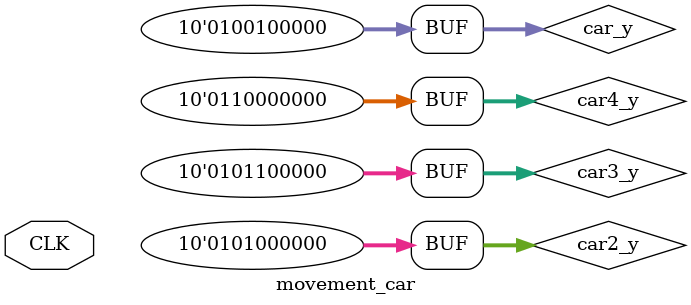
<source format=v>
module movement_car (
        input CLK,         // Main clock
        // output wire [9:0] car_x, // Car position (X)
        // output wire [9:0] car_y, // Car position (Y)
        // output wire [9:0] car2_x, // Car 2 position (X)
        // output wire [9:0] car2_y, // Car 2 position (Y)
        // output wire [9:0] car3_x, // Car 3 position (X)
        // output wire [9:0] car3_y, // Car 3 position (Y)
        // output wire [9:0] car4_x, // Car 4 position (X)
        // output wire [9:0] car4_y  // Car 4 position (Y)
        // output wire [31:0] speed_count1, // Speed counter
);

     
    reg [9:0] car_x = 0;        // Car position (X)
    reg [9:0] car_y = 288;      // Car position (Y)
    reg [9:0] car2_x = 0;       // Car 2 position (X)
    reg [9:0] car2_y = 320;     // Car 2 position (Y)
    reg [9:0] car3_x = 0;       // Car 3 position (X)
    reg [9:0] car3_y = 352;     // Car 3 position (Y)
    reg [9:0] car4_x = 0;       // Car 4 position (X)
    reg [9:0] car4_y = 384;     // Car 4 position (Y)


    reg [31:0] speed_count1 = 0;

    // Car movement
    always @(posedge CLK) begin
        if (speed_coun1 <  CAR_SPEED) begin
            speed_count1 <= speed_count1 + 1;
        end else if (speed_count1 >= CAR_SPEED) begin
            car_x <= car_x + 32 % H_DISPLAY;
            speed_count1 <= 0;
        end
    end

    reg [31:0] speed_count2 = 0;

    // Car 2 movement
    always @(posedge CLK) begin
        if (speed_count2 <  CAR2_SPEED) begin
            speed_count2 <= speed_count2 + 1;
        end else if (speed_count3 >= CAR2_SPEED) begin
            car2_x <= car2_x + 32 % H_DISPLAY;
            speed_count2 <= 0;
        end
    end

    reg [31:0] speed_count3 = 0;

    // Car 3 movement
    always @(posedge CLK) begin
        if (speed_count3 <  CAR3_SPEED) begin
            speed_count3 <= speed_count3 + 1;
        end else if (speed_count3 >= CAR3_SPEED) begin
            car3_x <= car3_x + 32 % H_DISPLAY;
            speed_count3 <= 0;
        end
    end

    reg [31:0] speed_count4 = 0;

    // Car 4 movement
    always @(posedge CLK) begin
        if (speed_count4 <  CAR4_SPEED) begin
            speed_count4 <= speed_count4 + 1;
        end else if (speed_count4 >= CAR4_SPEED) begin
            car4_x <= car4_x + 32 % H_DISPLAY;
            speed_count4 <= 0;
        end
    end


endmodule
</source>
